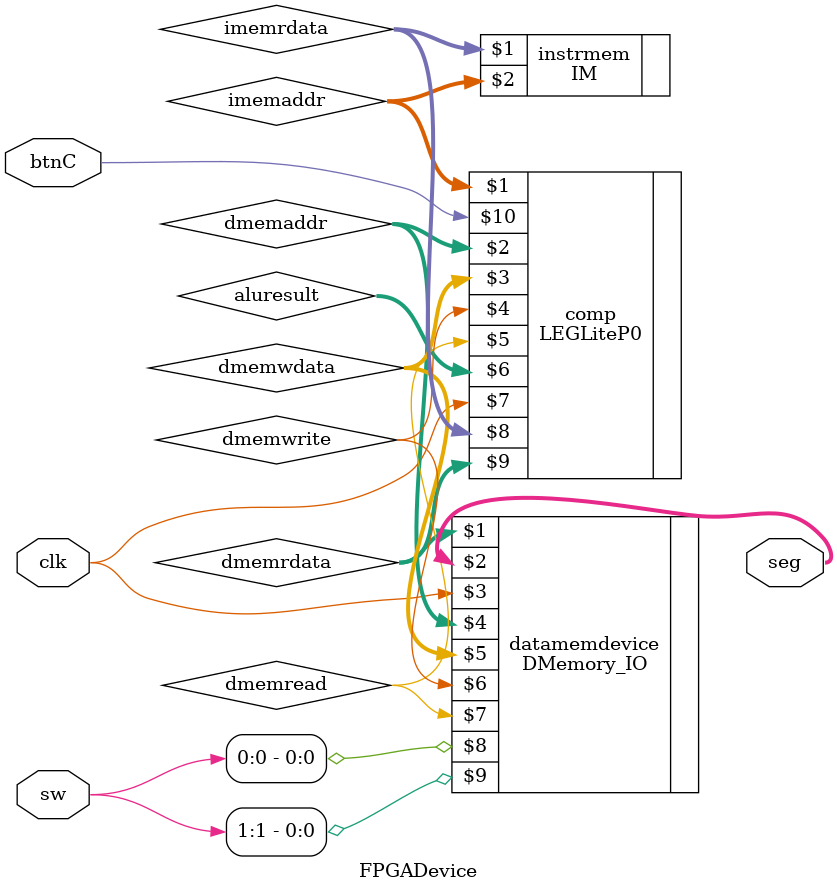
<source format=v>
module FPGADevice(seg, clk, sw, btnC);


output [6:0] seg;
input clk;
input [1:0] sw;
input btnC; // reset

wire [15:0] imemaddr; 	// Instruction memory addr
wire [15:0] dmemaddr;	// Data memory addr
wire [15:0] dmemwdata;	// Data memory write-data
wire dmemwrite;	// Data memory write enable
wire dmemread;	// Data memory read enable
wire [15:0] aluresult;	// Output from the ALU:  for debugging
wire [15:0] aluout;		// Output from the ALUOut register:  for debugging

wire [15:0] imemrdata;	// Instruction memory read data
wire [15:0] dmemrdata;	


LEGLiteP0 comp(
	imemaddr, 	// Instruction memory addr
	dmemaddr,	// Data memory addr
	dmemwdata,	// Data memory write-data
	dmemwrite,	// Data memory write enable
	dmemread,	// Data memory read enable
	aluresult,	// Output from the ALU:  for debugging
	clk,
	imemrdata,	// Instruction memory read data
	dmemrdata,	// Data memory read data
	btnC		// Reset
	);

// Instantiation of Instruction Memory (program)

IM  instrmem(imemrdata,imemaddr);

// Instantiation of Data Memory

DMemory_IO datamemdevice(
		dmemrdata,	// read data
		seg,	// IO port connected to 7 segment display
		clk,		// clock
		dmemaddr,	// address
		dmemwdata,	// write data
		dmemwrite,	// write enable
		dmemread,	// read enable
		sw[0],		// IO port connected to sliding switch 0
		sw[1]		// IO port connected to sliding switch 1
		);



endmodule
</source>
